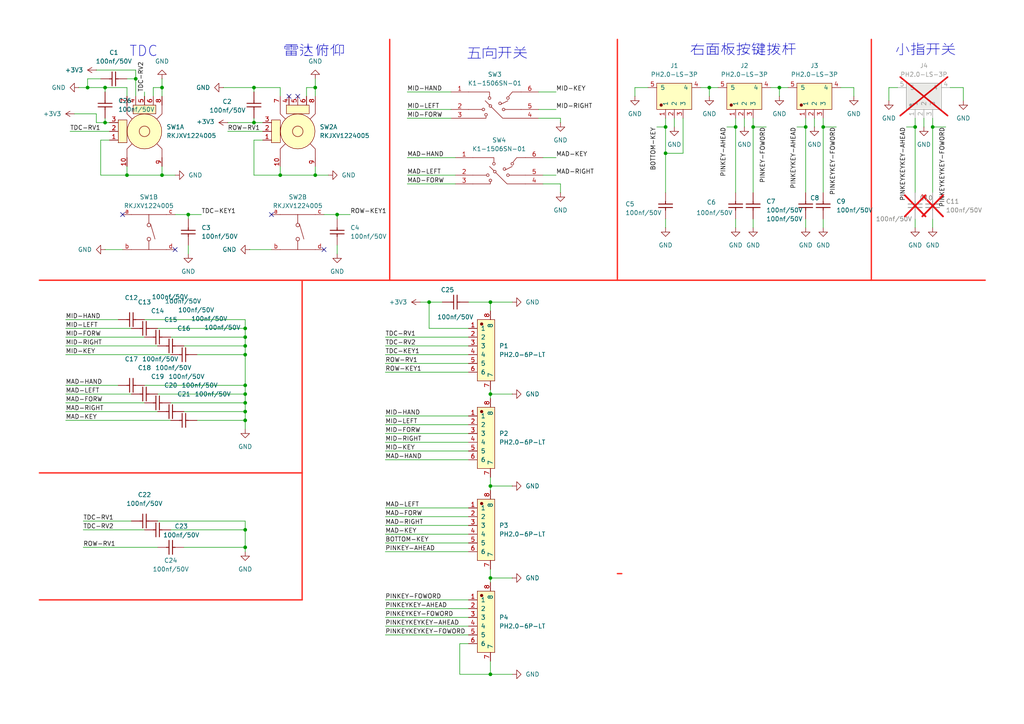
<source format=kicad_sch>
(kicad_sch (version 20231120) (generator "eeschema") (generator_version "8.0")
  (paper "A4")
  (lib_symbols
    (symbol "power:+3V3" (power) (pin_numbers hide) (pin_names (offset 0) hide)
      (property "Value" "+3V3" (at 0 3.556 0))
      (symbol "+3V3_0_1"
        (polyline (pts (xy -0.762 1.27) (xy 0 2.54)))
        (polyline (pts (xy 0 0) (xy 0 2.54)))
        (polyline (pts (xy 0 2.54) (xy 0.762 1.27)))
      )
      (symbol "+3V3_1_1"
        (pin power_in line (at 0 0 90) (length 0) (name "~") (number "1"))
      )
    )
    (symbol "power:GND" (power) (pin_numbers hide) (pin_names (offset 0) hide)
      (property "Value" "GND" (at 0 -3.81 0))
      (symbol "GND_0_1"
        (polyline (pts (xy 0 0) (xy 0 -1.27) (xy 1.27 -1.27) (xy 0 -2.54) (xy -1.27 -1.27) (xy 0 -1.27)))
      )
      (symbol "GND_1_1"
        (pin power_in line (at 0 0 270) (length 0) (name "~") (number "1"))
      )
    )
    (symbol "self_connect:PH2.0-6P-LT" (pin_names (offset 1.016))
      (property "Reference" "P" (at -3.556 13.97 0))
      (property "Value" "PH2.0-6P-LT" (at 9.652 -10.414 0))
      (symbol "PH2.0-6P-LT_1_1"
        (rectangle (start -2.54 12.7) (end 2.54 -5.08) (stroke (width 0.1524)) (fill (type background)))
        (circle (center -1.27 11.43) (radius 0.381) (stroke (width 0.1524)) (fill (type outline)))
        (pin passive line (at -5.08 10.16 0) (length 2.54) (name "1") (number "1"))
        (pin passive line (at -5.08 7.62 0) (length 2.54) (name "2") (number "2"))
        (pin passive line (at -5.08 5.08 0) (length 2.54) (name "3") (number "3"))
        (pin passive line (at -5.08 2.54 0) (length 2.54) (name "4") (number "4"))
        (pin passive line (at -5.08 0 0) (length 2.54) (name "5") (number "5"))
        (pin passive line (at -5.08 -2.54 0) (length 2.54) (name "6") (number "6"))
        (pin passive line (at 1.27 -7.62 90) (length 2.54) (name "7") (number "7"))
        (pin passive line (at 1.27 15.24 270) (length 2.54) (name "8") (number "8"))
      )
    )
    (symbol "self_connect:PH2.0-LS-3P" (pin_names (offset 1.016))
      (property "Reference" "J" (at -3.048 6.604 0))
      (property "Value" "PH2.0-LS-3P" (at -6.096 -7.366 0))
      (symbol "PH2.0-LS-3P_1_1"
        (rectangle (start -2.54 5.08) (end 5.08 -5.08) (stroke (width 0.1524)) (fill (type background)))
        (circle (center -1.27 3.81) (radius 0.381) (stroke (width 0.1524)) (fill (type outline)))
        (pin passive line (at -5.08 2.54 0) (length 2.54) (name "1") (number "1"))
        (pin passive line (at -5.08 0 0) (length 2.54) (name "2") (number "2"))
        (pin passive line (at -5.08 -2.54 0) (length 2.54) (name "3") (number "3"))
        (pin passive line (at 3.81 -7.62 90) (length 2.54) (name "4") (number "4"))
        (pin passive line (at 3.81 7.62 270) (length 2.54) (name "5") (number "5"))
      )
    )
    (symbol "self_no_source:0603C" (pin_numbers hide) (pin_names (offset 1.016) hide)
      (property "Reference" "C" (at -2.54 1.905 0))
      (property "Value" "0603C" (at 0.635 -3.175 0))
      (symbol "0603C_1_1"
        (polyline (pts (xy -1.27 0) (xy -0.508 0)) (stroke (width 0.254)))
        (polyline (pts (xy -0.508 -2.032) (xy -0.508 2.032)) (stroke (width 0.254)))
        (polyline (pts (xy 0.508 2.032) (xy 0.508 -2.032)) (stroke (width 0.254)))
        (polyline (pts (xy 1.27 0) (xy 0.508 0)) (stroke (width 0.254)))
        (pin passive line (at -3.81 0 0) (length 2.54) (name "1") (number "1"))
        (pin passive line (at 3.81 0 180) (length 2.54) (name "2") (number "2"))
      )
    )
    (symbol "self_no_source:5xiangkaiguan" (pin_names (offset 1.016) hide)
      (property "Reference" "SW" (at -6.858 5.08 0))
      (property "Value" "K1-1506SN-01" (at -0.508 -7.366 0))
      (symbol "5xiangkaiguan_1_1"
        (circle (center -3.302 -2.54) (radius 0.381) (stroke (width 0.1524)))
        (circle (center -2.54 -4.064) (radius 0.381) (stroke (width 0.1524)))
        (circle (center -1.524 0.762) (radius 0.381) (stroke (width 0.1524)))
        (circle (center -1.27 -1.524) (radius 0.381) (stroke (width 0.1524)))
        (polyline (pts (xy -7.62 -2.54) (xy -3.81 -2.54)) (stroke (width 0.1524)))
        (polyline (pts (xy -1.524 -1.27) (xy -2.794 0)) (stroke (width 0.1524)))
        (polyline (pts (xy 1.778 -1.016) (xy 3.81 0)) (stroke (width 0.1524)))
        (polyline (pts (xy 7.62 -2.54) (xy 3.048 -2.54)) (stroke (width 0.1524)))
        (polyline (pts (xy -7.62 -5.08) (xy -2.54 -5.08) (xy -2.54 -4.572)) (stroke (width 0.1524)))
        (polyline (pts (xy -7.62 2.54) (xy -1.524 2.54) (xy -1.524 1.27)) (stroke (width 0.1524)))
        (polyline (pts (xy 7.62 -5.08) (xy 2.286 -5.08) (xy -1.016 -1.778)) (stroke (width 0.1524)))
        (polyline (pts (xy 7.62 2.54) (xy 5.08 2.54) (xy 4.064 1.27)) (stroke (width 0.1524)))
        (circle (center 1.524 -0.762) (radius 0.381) (stroke (width 0.1524)))
        (circle (center 2.54 -2.54) (radius 0.381) (stroke (width 0.1524)))
        (circle (center 3.81 0.762) (radius 0.381) (stroke (width 0.1524)))
        (pin passive line (at -12.7 2.54 0) (length 5.08) (name "1") (number "1"))
        (pin passive line (at -12.7 -2.54 0) (length 5.08) (name "2") (number "2"))
        (pin passive line (at -12.7 -5.08 0) (length 5.08) (name "3") (number "3"))
        (pin passive line (at 12.7 -5.08 180) (length 5.08) (name "4") (number "4"))
        (pin passive line (at 12.7 -2.54 180) (length 5.08) (name "5") (number "5"))
        (pin passive line (at 12.7 2.54 180) (length 5.08) (name "6") (number "6"))
      )
    )
    (symbol "self_no_source:RKJXV1224005" (pin_names (offset 1.016) hide)
      (property "Reference" "SW" (at -7.366 12.446 0))
      (property "Value" "RKJXV1224005" (at 1.27 -9.398 0))
      (symbol "RKJXV1224005_1_1"
        (rectangle (start -6.35 9.652) (end -3.81 3.048) (stroke (width 0.1524)) (fill (type background)))
        (rectangle (start -2.032 13.97) (end 4.572 11.43) (stroke (width 0.1524)) (fill (type background)))
        (polyline (pts (xy -3.81 11.43) (xy -3.81 13.97)) (stroke (width 0.1524)))
        (polyline (pts (xy -3.81 11.43) (xy -2.286 9.906)) (stroke (width 0.1524)))
        (polyline (pts (xy -3.81 -1.27) (xy -3.81 1.27) (xy -2.286 2.794)) (stroke (width 0.1524)))
        (polyline (pts (xy 6.35 -1.27) (xy 6.35 1.27) (xy 4.826 2.794)) (stroke (width 0.1524)))
        (polyline (pts (xy 6.35 13.97) (xy 6.35 11.43) (xy 4.826 9.906)) (stroke (width 0.1524)))
        (polyline (pts (xy 6.2738 6.35) (xy 6.1722 5.334) (xy 5.8928 4.3942) (xy 5.4356 3.5052) (xy 4.8006 2.7432) (xy 4.0386 2.1082) (xy 3.175 1.651) (xy 2.2352 1.3462) (xy 1.27 1.27) (xy 0.2794 1.3462) (xy -0.6604 1.651) (xy -1.524 2.1082) (xy -2.286 2.7432) (xy -2.921 3.5052) (xy -3.3782 4.3942) (xy -3.6576 5.334) (xy -3.7592 6.35) (xy -3.6576 7.3406) (xy -3.3782 8.2804) (xy -2.921 9.1694) (xy -2.286 9.9314) (xy -1.524 10.5664) (xy -0.6604 11.0236) (xy 0.2794 11.3284) (xy 1.27 11.43) (xy 2.2352 11.3284) (xy 3.175 11.0236) (xy 4.0386 10.5664) (xy 4.8006 9.9314) (xy 5.4356 9.1694) (xy 5.8928 8.2804) (xy 6.1722 7.3406) (xy 6.2738 6.4262)) (stroke (width 0.1524)) (fill (type background)))
        (circle (center 1.27 6.35) (radius 1.524) (stroke (width 0.1524)))
        (pin passive line (at -8.89 3.81 0) (length 2.54) (name "B") (number "1"))
        (pin passive line (at -3.81 -3.81 90) (length 2.54) (name "GND") (number "10"))
        (pin passive line (at -8.89 6.35 0) (length 2.54) (name "DTA") (number "2"))
        (pin passive line (at -8.89 8.89 0) (length 2.54) (name "A") (number "3"))
        (pin passive line (at -1.27 16.51 270) (length 2.54) (name "A") (number "4"))
        (pin passive line (at 1.27 16.51 270) (length 2.54) (name "DTA") (number "5"))
        (pin passive line (at 3.81 16.51 270) (length 2.54) (name "B") (number "6"))
        (pin passive line (at -3.81 16.51 270) (length 2.54) (name "GND") (number "7"))
        (pin passive line (at 6.35 16.51 270) (length 2.54) (name "GND") (number "8"))
        (pin passive line (at 6.35 -3.81 90) (length 2.54) (name "GND") (number "9"))
      )
      (symbol "RKJXV1224005_2_1"
        (circle (center 0 -2.032) (radius 0.508) (stroke (width 0.1524)))
        (polyline (pts (xy -5.08 -5.08) (xy 5.08 -5.08)) (stroke (width 0.1524)))
        (polyline (pts (xy -5.08 5.08) (xy 5.08 5.08)) (stroke (width 0.1524)))
        (polyline (pts (xy 0 -5.08) (xy 0 -2.54)) (stroke (width 0.1524)))
        (polyline (pts (xy 0 5.08) (xy 0 2.54)) (stroke (width 0.1524)))
        (polyline (pts (xy 0.508 2.286) (xy 1.778 -2.032)) (stroke (width 0.1524)))
        (circle (center 0 2.032) (radius 0.508) (stroke (width 0.1524)))
        (pin passive line (at -7.62 5.08 0) (length 2.54) (name "a") (number "a"))
        (pin passive line (at -7.62 -5.08 0) (length 2.54) (name "b") (number "b"))
        (pin passive line (at 7.62 5.08 180) (length 2.54) (name "c") (number "c"))
        (pin passive line (at 7.62 -5.08 180) (length 2.54) (name "d") (number "d"))
      )
    )
  )
  (junction (at 142.24 195.58))
  (junction (at 81.28 50.8))
  (junction (at 71.12 116.84))
  (junction (at 71.12 100.33))
  (junction (at 30.48 35.56))
  (junction (at 142.24 114.3))
  (junction (at 46.99 50.8))
  (junction (at 124.46 87.63))
  (junction (at 71.12 121.92))
  (junction (at 270.51 36.83))
  (junction (at 205.74 25.4))
  (junction (at 91.44 50.8))
  (junction (at 36.83 50.8))
  (junction (at 91.44 25.4))
  (junction (at 71.12 158.75))
  (junction (at 71.12 95.25))
  (junction (at 226.06 25.4))
  (junction (at 71.12 119.38))
  (junction (at 71.12 102.87))
  (junction (at 39.37 22.86))
  (junction (at 71.12 153.67))
  (junction (at 25.4 25.4))
  (junction (at 238.76 36.83))
  (junction (at 46.99 25.4))
  (junction (at 54.61 62.23))
  (junction (at 73.66 25.4))
  (junction (at 265.43 36.83))
  (junction (at 71.12 114.3))
  (junction (at 233.68 36.83))
  (junction (at 142.24 87.63))
  (junction (at 73.66 35.56))
  (junction (at 193.04 44.45))
  (junction (at 142.24 167.64))
  (junction (at 71.12 111.76))
  (junction (at 97.79 62.23))
  (junction (at 213.36 36.83))
  (junction (at 30.48 25.4))
  (junction (at 193.04 36.83))
  (junction (at 142.24 140.97))
  (junction (at 71.12 97.79))
  (junction (at 218.44 36.83))
  (no_connect (at 83.82 27.94))
  (no_connect (at 50.8 72.39))
  (no_connect (at 78.74 62.23))
  (no_connect (at 35.56 62.23))
  (no_connect (at 93.98 72.39))
  (no_connect (at 86.36 27.94))
  (wire (pts (xy 41.91 92.71) (xy 71.12 92.71)))
  (wire (pts (xy 218.44 36.83) (xy 222.25 36.83)))
  (wire (pts (xy 71.12 111.76) (xy 71.12 114.3)))
  (wire (pts (xy 133.35 186.69) (xy 135.89 186.69)))
  (wire (pts (xy 205.74 25.4) (xy 208.28 25.4)))
  (wire (pts (xy 124.46 95.25) (xy 135.89 95.25)))
  (wire (pts (xy 193.04 36.83) (xy 193.04 44.45)))
  (wire (pts (xy 215.9 34.29) (xy 215.9 36.83)))
  (wire (pts (xy 93.98 62.23) (xy 97.79 62.23)))
  (wire (pts (xy 118.11 53.34) (xy 132.08 53.34)))
  (wire (pts (xy 231.14 36.83) (xy 233.68 36.83)))
  (wire (pts (xy 71.12 119.38) (xy 71.12 121.92)))
  (wire (pts (xy 19.05 119.38) (xy 45.72 119.38)))
  (wire (pts (xy 157.48 53.34) (xy 162.56 53.34)))
  (wire (pts (xy 275.59 25.4) (xy 279.4 25.4)))
  (wire (pts (xy 187.96 25.4) (xy 184.15 25.4)))
  (wire (pts (xy 111.76 160.02) (xy 135.89 160.02)))
  (wire (pts (xy 210.82 36.83) (xy 213.36 36.83)))
  (wire (pts (xy 71.12 92.71) (xy 71.12 95.25)))
  (wire (pts (xy 88.9 25.4) (xy 91.44 25.4)))
  (wire (pts (xy 111.76 123.19) (xy 135.89 123.19)))
  (wire (pts (xy 20.32 38.1) (xy 31.75 38.1)))
  (wire (pts (xy 81.28 50.8) (xy 91.44 50.8)))
  (wire (pts (xy 57.15 102.87) (xy 71.12 102.87)))
  (wire (pts (xy 21.59 33.02) (xy 27.94 33.02)))
  (wire (pts (xy 111.76 125.73) (xy 135.89 125.73)))
  (wire (pts (xy 133.35 195.58) (xy 142.24 195.58)))
  (wire (pts (xy 218.44 34.29) (xy 218.44 36.83)))
  (wire (pts (xy 233.68 36.83) (xy 233.68 55.88)))
  (wire (pts (xy 54.61 62.23) (xy 58.42 62.23)))
  (wire (pts (xy 213.36 36.83) (xy 213.36 55.88)))
  (wire (pts (xy 30.48 72.39) (xy 35.56 72.39)))
  (wire (pts (xy 31.75 40.64) (xy 29.21 40.64)))
  (wire (pts (xy 142.24 140.97) (xy 142.24 142.24)))
  (wire (pts (xy 36.83 50.8) (xy 46.99 50.8)))
  (wire (pts (xy 260.35 25.4) (xy 257.81 25.4)))
  (wire (pts (xy 41.91 26.67) (xy 41.91 27.94)))
  (wire (pts (xy 22.86 25.4) (xy 25.4 25.4)))
  (wire (pts (xy 111.76 184.15) (xy 135.89 184.15)))
  (wire (pts (xy 73.66 25.4) (xy 81.28 25.4)))
  (wire (pts (xy 24.13 158.75) (xy 45.72 158.75)))
  (wire (pts (xy 49.53 116.84) (xy 71.12 116.84)))
  (wire (pts (xy 19.05 100.33) (xy 45.72 100.33)))
  (polyline (pts (xy 113.03 11.43) (xy 113.03 81.28)) (stroke (width 0.4) (color 255 47 38 1)))
  (wire (pts (xy 71.12 114.3) (xy 71.12 116.84)))
  (wire (pts (xy 45.72 151.13) (xy 71.12 151.13)))
  (wire (pts (xy 213.36 63.5) (xy 213.36 66.04)))
  (wire (pts (xy 111.76 102.87) (xy 135.89 102.87)))
  (wire (pts (xy 46.99 25.4) (xy 46.99 27.94)))
  (wire (pts (xy 205.74 25.4) (xy 205.74 27.94)))
  (wire (pts (xy 135.89 87.63) (xy 142.24 87.63)))
  (wire (pts (xy 156.21 26.67) (xy 161.29 26.67)))
  (wire (pts (xy 64.77 25.4) (xy 73.66 25.4)))
  (wire (pts (xy 111.76 154.94) (xy 135.89 154.94)))
  (wire (pts (xy 142.24 113.03) (xy 142.24 114.3)))
  (wire (pts (xy 226.06 25.4) (xy 226.06 27.94)))
  (wire (pts (xy 111.76 128.27) (xy 135.89 128.27)))
  (wire (pts (xy 238.76 34.29) (xy 238.76 36.83)))
  (wire (pts (xy 71.12 151.13) (xy 71.12 153.67)))
  (wire (pts (xy 257.81 25.4) (xy 257.81 29.21)))
  (wire (pts (xy 71.12 153.67) (xy 71.12 158.75)))
  (wire (pts (xy 111.76 105.41) (xy 135.89 105.41)))
  (wire (pts (xy 142.24 87.63) (xy 148.59 87.63)))
  (wire (pts (xy 142.24 195.58) (xy 148.59 195.58)))
  (wire (pts (xy 71.12 102.87) (xy 71.12 111.76)))
  (wire (pts (xy 238.76 36.83) (xy 242.57 36.83)))
  (wire (pts (xy 121.92 87.63) (xy 124.46 87.63)))
  (wire (pts (xy 19.05 121.92) (xy 49.53 121.92)))
  (wire (pts (xy 111.76 173.99) (xy 135.89 173.99)))
  (wire (pts (xy 203.2 25.4) (xy 205.74 25.4)))
  (wire (pts (xy 25.4 25.4) (xy 30.48 25.4)))
  (wire (pts (xy 54.61 71.12) (xy 54.61 73.66)))
  (wire (pts (xy 190.5 36.83) (xy 193.04 36.83)))
  (wire (pts (xy 236.22 34.29) (xy 236.22 36.83)))
  (wire (pts (xy 162.56 34.29) (xy 162.56 35.56)))
  (wire (pts (xy 29.21 40.64) (xy 29.21 50.8)))
  (wire (pts (xy 81.28 25.4) (xy 81.28 27.94)))
  (wire (pts (xy 111.76 176.53) (xy 135.89 176.53)))
  (wire (pts (xy 27.94 20.32) (xy 39.37 20.32)))
  (wire (pts (xy 118.11 45.72) (xy 132.08 45.72)))
  (polyline (pts (xy 11.43 81.28) (xy 113.03 81.28)) (stroke (width 0.4) (color 255 47 38 1)))
  (wire (pts (xy 128.27 87.63) (xy 124.46 87.63)))
  (polyline (pts (xy 179.07 166.37) (xy 180.34 166.37)) (stroke (width 0.4) (color 255 47 38 1)))
  (wire (pts (xy 71.12 97.79) (xy 71.12 100.33)))
  (wire (pts (xy 262.89 36.83) (xy 265.43 36.83)))
  (wire (pts (xy 142.24 167.64) (xy 148.59 167.64)))
  (polyline (pts (xy 179.07 11.43) (xy 179.07 81.28)) (stroke (width 0.4) (color 255 47 38 1)))
  (wire (pts (xy 45.72 114.3) (xy 71.12 114.3)))
  (wire (pts (xy 270.51 36.83) (xy 270.51 55.88)))
  (wire (pts (xy 49.53 97.79) (xy 71.12 97.79)))
  (wire (pts (xy 46.99 22.86) (xy 46.99 25.4)))
  (wire (pts (xy 193.04 55.88) (xy 193.04 44.45)))
  (wire (pts (xy 46.99 50.8) (xy 50.8 50.8)))
  (wire (pts (xy 193.04 63.5) (xy 193.04 66.04)))
  (wire (pts (xy 223.52 25.4) (xy 226.06 25.4)))
  (wire (pts (xy 157.48 45.72) (xy 161.29 45.72)))
  (wire (pts (xy 36.83 48.26) (xy 36.83 50.8)))
  (wire (pts (xy 162.56 53.34) (xy 162.56 55.88)))
  (wire (pts (xy 39.37 20.32) (xy 39.37 22.86)))
  (wire (pts (xy 91.44 22.86) (xy 91.44 25.4)))
  (wire (pts (xy 195.58 34.29) (xy 195.58 36.83)))
  (wire (pts (xy 111.76 97.79) (xy 135.89 97.79)))
  (wire (pts (xy 111.76 120.65) (xy 135.89 120.65)))
  (wire (pts (xy 142.24 167.64) (xy 142.24 168.91)))
  (wire (pts (xy 88.9 27.94) (xy 88.9 25.4)))
  (polyline (pts (xy 87.63 137.16) (xy 87.63 173.99)) (stroke (width 0.4) (color 255 47 38 1)))
  (wire (pts (xy 247.65 25.4) (xy 247.65 27.94)))
  (wire (pts (xy 91.44 50.8) (xy 95.25 50.8)))
  (wire (pts (xy 111.76 181.61) (xy 135.89 181.61)))
  (wire (pts (xy 97.79 62.23) (xy 97.79 63.5)))
  (wire (pts (xy 279.4 25.4) (xy 279.4 29.21)))
  (wire (pts (xy 72.39 72.39) (xy 78.74 72.39)))
  (wire (pts (xy 71.12 121.92) (xy 71.12 124.46)))
  (wire (pts (xy 25.4 22.86) (xy 25.4 25.4)))
  (wire (pts (xy 36.83 25.4) (xy 36.83 27.94)))
  (wire (pts (xy 218.44 36.83) (xy 218.44 55.88)))
  (wire (pts (xy 142.24 140.97) (xy 148.59 140.97)))
  (wire (pts (xy 30.48 25.4) (xy 30.48 26.67)))
  (wire (pts (xy 193.04 44.45) (xy 198.12 44.45)))
  (wire (pts (xy 53.34 100.33) (xy 71.12 100.33)))
  (wire (pts (xy 184.15 25.4) (xy 184.15 27.94)))
  (wire (pts (xy 118.11 26.67) (xy 130.81 26.67)))
  (wire (pts (xy 233.68 34.29) (xy 233.68 36.83)))
  (wire (pts (xy 91.44 48.26) (xy 91.44 50.8)))
  (wire (pts (xy 73.66 34.29) (xy 73.66 35.56)))
  (wire (pts (xy 142.24 87.63) (xy 142.24 90.17)))
  (wire (pts (xy 53.34 119.38) (xy 71.12 119.38)))
  (wire (pts (xy 118.11 34.29) (xy 130.81 34.29)))
  (wire (pts (xy 111.76 152.4) (xy 135.89 152.4)))
  (wire (pts (xy 54.61 62.23) (xy 54.61 63.5)))
  (polyline (pts (xy 11.43 173.99) (xy 87.63 173.99)) (stroke (width 0.4) (color 255 47 38 1)))
  (wire (pts (xy 238.76 36.83) (xy 238.76 55.88)))
  (wire (pts (xy 243.84 25.4) (xy 247.65 25.4)))
  (wire (pts (xy 142.24 114.3) (xy 142.24 115.57)))
  (wire (pts (xy 111.76 100.33) (xy 135.89 100.33)))
  (wire (pts (xy 218.44 63.5) (xy 218.44 66.04)))
  (wire (pts (xy 19.05 111.76) (xy 34.29 111.76)))
  (wire (pts (xy 49.53 153.67) (xy 71.12 153.67)))
  (wire (pts (xy 193.04 34.29) (xy 193.04 36.83)))
  (wire (pts (xy 157.48 50.8) (xy 161.29 50.8)))
  (wire (pts (xy 142.24 138.43) (xy 142.24 140.97)))
  (wire (pts (xy 124.46 87.63) (xy 124.46 95.25)))
  (wire (pts (xy 198.12 34.29) (xy 198.12 44.45)))
  (wire (pts (xy 267.97 34.29) (xy 267.97 36.83)))
  (wire (pts (xy 111.76 147.32) (xy 135.89 147.32)))
  (wire (pts (xy 30.48 34.29) (xy 30.48 35.56)))
  (polyline (pts (xy 87.63 81.28) (xy 87.63 137.16)) (stroke (width 0.4) (color 255 47 38 1)))
  (wire (pts (xy 27.94 35.56) (xy 30.48 35.56)))
  (wire (pts (xy 19.05 114.3) (xy 38.1 114.3)))
  (wire (pts (xy 91.44 25.4) (xy 91.44 27.94)))
  (wire (pts (xy 142.24 165.1) (xy 142.24 167.64)))
  (wire (pts (xy 238.76 63.5) (xy 238.76 66.04)))
  (wire (pts (xy 36.83 22.86) (xy 39.37 22.86)))
  (wire (pts (xy 71.12 95.25) (xy 71.12 97.79)))
  (wire (pts (xy 71.12 100.33) (xy 71.12 102.87)))
  (wire (pts (xy 213.36 34.29) (xy 213.36 36.83)))
  (polyline (pts (xy 11.43 137.16) (xy 87.63 137.16)) (stroke (width 0.4) (color 255 47 38 1)))
  (wire (pts (xy 133.35 186.69) (xy 133.35 195.58)))
  (wire (pts (xy 270.51 63.5) (xy 270.51 66.04)))
  (wire (pts (xy 24.13 151.13) (xy 38.1 151.13)))
  (wire (pts (xy 111.76 130.81) (xy 135.89 130.81)))
  (wire (pts (xy 270.51 34.29) (xy 270.51 36.83)))
  (wire (pts (xy 44.45 25.4) (xy 46.99 25.4)))
  (wire (pts (xy 156.21 34.29) (xy 162.56 34.29)))
  (wire (pts (xy 226.06 25.4) (xy 228.6 25.4)))
  (wire (pts (xy 53.34 158.75) (xy 71.12 158.75)))
  (wire (pts (xy 81.28 48.26) (xy 81.28 50.8)))
  (wire (pts (xy 142.24 191.77) (xy 142.24 195.58)))
  (wire (pts (xy 111.76 157.48) (xy 135.89 157.48)))
  (wire (pts (xy 30.48 35.56) (xy 31.75 35.56)))
  (wire (pts (xy 46.99 48.26) (xy 46.99 50.8)))
  (wire (pts (xy 73.66 25.4) (xy 73.66 26.67)))
  (wire (pts (xy 50.8 62.23) (xy 54.61 62.23)))
  (wire (pts (xy 66.04 35.56) (xy 73.66 35.56)))
  (polyline (pts (xy 252.73 11.43) (xy 252.73 81.28)) (stroke (width 0.4) (color 255 47 38 1)))
  (wire (pts (xy 97.79 71.12) (xy 97.79 73.66)))
  (wire (pts (xy 73.66 50.8) (xy 81.28 50.8)))
  (wire (pts (xy 233.68 63.5) (xy 233.68 66.04)))
  (wire (pts (xy 19.05 92.71) (xy 34.29 92.71)))
  (wire (pts (xy 41.91 111.76) (xy 71.12 111.76)))
  (polyline (pts (xy 113.03 81.28) (xy 179.07 81.28)) (stroke (width 0.4) (color 255 47 38 1)))
  (wire (pts (xy 29.21 22.86) (xy 25.4 22.86)))
  (wire (pts (xy 19.05 97.79) (xy 41.91 97.79)))
  (wire (pts (xy 71.12 158.75) (xy 71.12 160.02)))
  (wire (pts (xy 156.21 31.75) (xy 161.29 31.75)))
  (wire (pts (xy 44.45 27.94) (xy 44.45 25.4)))
  (wire (pts (xy 111.76 107.95) (xy 135.89 107.95)))
  (wire (pts (xy 57.15 121.92) (xy 71.12 121.92)))
  (wire (pts (xy 73.66 40.64) (xy 73.66 50.8)))
  (polyline (pts (xy 179.07 81.28) (xy 252.73 81.28)) (stroke (width 0.4) (color 255 47 38 1)))
  (wire (pts (xy 111.76 179.07) (xy 135.89 179.07)))
  (wire (pts (xy 265.43 36.83) (xy 265.43 55.88)))
  (wire (pts (xy 265.43 63.5) (xy 265.43 66.04)))
  (wire (pts (xy 27.94 33.02) (xy 27.94 35.56)))
  (wire (pts (xy 45.72 95.25) (xy 71.12 95.25)))
  (wire (pts (xy 118.11 31.75) (xy 130.81 31.75)))
  (wire (pts (xy 76.2 40.64) (xy 73.66 40.64)))
  (wire (pts (xy 19.05 95.25) (xy 38.1 95.25)))
  (wire (pts (xy 111.76 133.35) (xy 135.89 133.35)))
  (wire (pts (xy 24.13 153.67) (xy 41.91 153.67)))
  (wire (pts (xy 71.12 116.84) (xy 71.12 119.38)))
  (wire (pts (xy 39.37 22.86) (xy 39.37 27.94)))
  (polyline (pts (xy 252.73 81.28) (xy 285.75 81.28)) (stroke (width 0.4) (color 255 47 38 1)))
  (wire (pts (xy 30.48 25.4) (xy 36.83 25.4)))
  (wire (pts (xy 29.21 50.8) (xy 36.83 50.8)))
  (wire (pts (xy 19.05 116.84) (xy 41.91 116.84)))
  (wire (pts (xy 118.11 50.8) (xy 132.08 50.8)))
  (wire (pts (xy 265.43 34.29) (xy 265.43 36.83)))
  (wire (pts (xy 19.05 102.87) (xy 49.53 102.87)))
  (wire (pts (xy 97.79 62.23) (xy 101.6 62.23)))
  (wire (pts (xy 111.76 149.86) (xy 135.89 149.86)))
  (wire (pts (xy 142.24 114.3) (xy 148.59 114.3)))
  (wire (pts (xy 270.51 36.83) (xy 274.32 36.83)))
  (wire (pts (xy 66.04 38.1) (xy 76.2 38.1)))
  (wire (pts (xy 73.66 35.56) (xy 76.2 35.56)))
  (text "雷达俯仰" (at 91.186 14.986 0) (effects (font (size 3 3))))
  (text "五向开关" (at 144.272 15.748 0) (effects (font (size 3 3))))
  (text "TDC" (at 41.656 14.986 0) (effects (font (size 3 3))))
  (text "小指开关" (at 268.478 14.732 0) (effects (font (size 3 3))))
  (text "右面板按键拨杆" (at 215.646 14.732 0) (effects (font (size 3 3))))
  (label "TDC-RV1" (at 24.13 151.13 0))
  (label "MAD-RIGHT" (at 161.29 50.8 0))
  (label "MID-FORW" (at 111.76 125.73 0))
  (label "PINKEY-AHEAD" (at 111.76 160.02 0))
  (label "PINKEYKEY-FOWORD" (at 242.57 36.83 270))
  (label "MAD-KEY" (at 19.05 121.92 0))
  (label "ROW-RV1" (at 66.04 38.1 0))
  (label "MID-HAND" (at 111.76 120.65 0))
  (label "PINKEY-AHEAD" (at 210.82 36.83 270))
  (label "MAD-KEY" (at 161.29 45.72 0))
  (label "PINKEYKEYKEY-AHEAD" (at 262.89 36.83 270))
  (label "MID-RIGHT" (at 161.29 31.75 0))
  (label "TDC-KEY1" (at 111.76 102.87 0))
  (label "MID-KEY" (at 19.05 102.87 0))
  (label "TDC-RV2" (at 41.91 26.67 90))
  (label "MID-RIGHT" (at 111.76 128.27 0))
  (label "MID-LEFT" (at 111.76 123.19 0))
  (label "MID-HAND" (at 118.11 26.67 0))
  (label "BOTTOM-KEY" (at 190.5 36.83 270))
  (label "MAD-HAND" (at 111.76 133.35 0))
  (label "MAD-HAND" (at 118.11 45.72 0))
  (label "TDC-KEY1" (at 58.42 62.23 0))
  (label "TDC-RV1" (at 111.76 97.79 0))
  (label "ROW-RV1" (at 111.76 105.41 0))
  (label "PINKEYKEY-FOWORD" (at 111.76 179.07 0))
  (label "PINKEY-FOWORD" (at 222.25 36.83 270))
  (label "MAD-RIGHT" (at 111.76 152.4 0))
  (label "MAD-FORW" (at 111.76 149.86 0))
  (label "PINKEYKEYKEY-AHEAD" (at 111.76 181.61 0))
  (label "MID-FORW" (at 19.05 97.79 0))
  (label "PINKEYKEYKEY-FOWORD" (at 111.76 184.15 0))
  (label "MID-KEY" (at 111.76 130.81 0))
  (label "TDC-RV1" (at 20.32 38.1 0))
  (label "PINKEYKEY-AHEAD" (at 231.14 36.83 270))
  (label "MAD-FORW" (at 118.11 53.34 0))
  (label "PINKEY-FOWORD" (at 111.76 173.99 0))
  (label "MID-LEFT" (at 19.05 95.25 0))
  (label "ROW-RV1" (at 24.13 158.75 0))
  (label "MAD-KEY" (at 111.76 154.94 0))
  (label "MID-KEY" (at 161.29 26.67 0))
  (label "MAD-HAND" (at 19.05 111.76 0))
  (label "BOTTOM-KEY" (at 111.76 157.48 0))
  (label "PINKEYKEY-AHEAD" (at 111.76 176.53 0))
  (label "MAD-LEFT" (at 118.11 50.8 0))
  (label "PINKEYKEYKEY-FOWORD" (at 274.32 36.83 270))
  (label "MID-FORW" (at 118.11 34.29 0))
  (label "MAD-LEFT" (at 19.05 114.3 0))
  (label "TDC-RV2" (at 24.13 153.67 0))
  (label "MID-LEFT" (at 118.11 31.75 0))
  (label "MID-RIGHT" (at 19.05 100.33 0))
  (label "ROW-KEY1" (at 111.76 107.95 0))
  (label "MAD-RIGHT" (at 19.05 119.38 0))
  (label "MAD-LEFT" (at 111.76 147.32 0))
  (label "MID-HAND" (at 19.05 92.71 0))
  (label "ROW-KEY1" (at 101.6 62.23 0))
  (label "TDC-RV2" (at 111.76 100.33 0))
  (label "MAD-FORW" (at 19.05 116.84 0))
  (symbol (lib_id "power:GND") (at 195.58 36.83 0) (unit 1)
    (property "Reference" "#PWR016" (effects (hide yes)))
    (property "Value" "GND" (at 195.58 41.91 0))
    (property "Description" "Power symbol creates a global label with name \"GND\" , ground" (effects (hide yes)))
  )
  (symbol (lib_id "power:GND") (at 226.06 27.94 0) (unit 1)
    (property "Reference" "#PWR023" (effects (hide yes)))
    (property "Value" "GND" (at 226.06 33.02 0))
    (property "Description" "Power symbol creates a global label with name \"GND\" , ground" (effects (hide yes)))
  )
  (symbol (lib_id "self_connect:PH2.0-LS-3P") (at 195.58 29.21 90) (unit 1)
    (property "Reference" "J1" (at 195.58 19.05 90))
    (property "Value" "PH2.0-LS-3P" (at 195.58 21.59 90))
    (property "Footprint" "self-connecte:CONN-SMD_3P-P2.00_PH2.0-LT-3P" (effects (hide yes)))
    (property "Description" "C2857461" (effects (hide yes)))
    (property "uuid" "std:8110ba4f4e3c4844895556b5b2d34f2f" (effects (hide yes)))
  )
  (symbol (lib_id "self_no_source:0603C") (at 218.44 59.69 270) (unit 1)
    (property "Reference" "C7" (at 222.25 58.4199 90) (effects (justify left)))
    (property "Value" "100nf/50V" (at 222.25 60.9599 90) (effects (justify left)))
    (property "Footprint" "self-mod:0603_C" (effects (hide yes)))
    (property "Datasheet" "http://www.szlcsc.com/product/details_16531.html" (effects (hide yes)))
    (property "Description" "CAP" (effects (hide yes)))
  )
  (symbol (lib_id "power:GND") (at 64.77 25.4 270) (unit 1)
    (property "Reference" "#PWR08" (effects (hide yes)))
    (property "Value" "GND" (at 60.96 25.3999 90) (effects (justify right)))
    (property "Description" "Power symbol creates a global label with name \"GND\" , ground" (effects (hide yes)))
  )
  (symbol (lib_id "self_no_source:0603C") (at 265.43 59.69 270) (unit 1) (in_bom no) (dnp yes)
    (property "Reference" "C10" (at 266.7 57.404 90) (effects (justify left)))
    (property "Value" "100nf/50V" (at 254 63.5 90) (effects (justify left)))
    (property "Footprint" "self-mod:0603_C" (effects (hide yes)))
    (property "Datasheet" "http://www.szlcsc.com/product/details_16531.html" (effects (hide yes)))
    (property "Description" "CAP" (effects (hide yes)))
  )
  (symbol (lib_id "power:+3V3") (at 21.59 33.02 90) (unit 1)
    (property "Reference" "#PWR012" (effects (hide yes)))
    (property "Value" "+3V3" (at 17.78 33.0199 90) (effects (justify left)))
    (property "Description" "Power symbol creates a global label with name \"+3V3\"" (effects (hide yes)))
  )
  (symbol (lib_id "power:GND") (at 148.59 167.64 90) (unit 1)
    (property "Reference" "#PWR033" (effects (hide yes)))
    (property "Value" "GND" (at 152.4 167.6399 90) (effects (justify right)))
    (property "Description" "Power symbol creates a global label with name \"GND\" , ground" (effects (hide yes)))
  )
  (symbol (lib_id "power:GND") (at 184.15 27.94 0) (unit 1)
    (property "Reference" "#PWR021" (effects (hide yes)))
    (property "Value" "GND" (at 184.15 33.02 0))
    (property "Description" "Power symbol creates a global label with name \"GND\" , ground" (effects (hide yes)))
  )
  (symbol (lib_id "self_no_source:RKJXV1224005") (at 43.18 67.31 0) (unit 2)
    (property "Reference" "SW1" (at 43.18 57.15 0))
    (property "Value" "RKJXV1224005" (at 43.18 59.69 0))
    (property "Footprint" "self-mod:4AXIS_ROTATE-TH_RKJXV1224005" (effects (hide yes)))
    (property "Datasheet" "http://www.szlcsc.com/product/details_157502.html" (effects (hide yes)))
    (property "Description" "C146170" (effects (hide yes)))
    (property "uuid" "std:95521bddf2bc42b6b3a97ee0acf25854" (effects (hide yes)))
  )
  (symbol (lib_id "self_no_source:0603C") (at 41.91 151.13 180) (unit 1)
    (property "Reference" "C22" (at 41.91 143.51 0))
    (property "Value" "100nf/50V" (at 41.91 146.05 0))
    (property "Footprint" "self-mod:0603_C" (effects (hide yes)))
    (property "Datasheet" "http://www.szlcsc.com/product/details_16531.html" (effects (hide yes)))
    (property "Description" "CAP" (effects (hide yes)))
  )
  (symbol (lib_id "self_connect:PH2.0-6P-LT") (at 140.97 157.48 0) (unit 1)
    (property "Reference" "P3" (at 144.78 152.3999 0) (effects (justify left)))
    (property "Value" "PH2.0-6P-LT" (at 144.78 154.9399 0) (effects (justify left)))
    (property "Footprint" "self-connecte:CONN-SMD_6P-P2.00_SHOU_2.0-6PLTDK" (effects (hide yes)))
    (property "Description" "C19272111" (effects (hide yes)))
    (property "uuid" "std:aed6e97ea1a44d6fab05bf84a3c832f8" (effects (hide yes)))
  )
  (symbol (lib_id "self_no_source:5xiangkaiguan") (at 144.78 48.26 0) (unit 1)
    (property "Reference" "SW4" (at 144.78 40.64 0))
    (property "Value" "K1-1506SN-01" (at 144.78 43.18 0))
    (property "Footprint" "self-mod:5AXIS_SWITCH-SMD_K1-1506SN-01" (effects (hide yes)))
    (property "Datasheet" "http://www.szlcsc.com/product/details_157242.html" (effects (hide yes)))
    (property "Description" "C145910" (effects (hide yes)))
    (property "uuid" "std:bcd0d50113ef457c83c77b470817488c" (effects (hide yes)))
  )
  (symbol (lib_id "power:GND") (at 215.9 36.83 0) (unit 1)
    (property "Reference" "#PWR019" (effects (hide yes)))
    (property "Value" "GND" (at 215.9 41.91 0))
    (property "Description" "Power symbol creates a global label with name \"GND\" , ground" (effects (hide yes)))
  )
  (symbol (lib_id "self_connect:PH2.0-LS-3P") (at 215.9 29.21 90) (unit 1)
    (property "Reference" "J2" (at 215.9 19.05 90))
    (property "Value" "PH2.0-LS-3P" (at 215.9 21.59 90))
    (property "Footprint" "self-connecte:CONN-SMD_3P-P2.00_PH2.0-LT-3P" (effects (hide yes)))
    (property "Description" "C2857461" (effects (hide yes)))
    (property "uuid" "std:8110ba4f4e3c4844895556b5b2d34f2f" (effects (hide yes)))
  )
  (symbol (lib_id "self_no_source:0603C") (at 30.48 30.48 270) (unit 1)
    (property "Reference" "C26" (at 34.29 29.2099 90) (effects (justify left)))
    (property "Value" "100nf/50V" (at 34.29 31.7499 90) (effects (justify left)))
    (property "Footprint" "self-mod:0603_C" (effects (hide yes)))
    (property "Datasheet" "http://www.szlcsc.com/product/details_16531.html" (effects (hide yes)))
    (property "Description" "CAP" (effects (hide yes)))
  )
  (symbol (lib_id "self_no_source:0603C") (at 38.1 111.76 180) (unit 1)
    (property "Reference" "C17" (at 38.1 104.14 0))
    (property "Value" "100nf/50V" (at 46.482 104.14 0))
    (property "Footprint" "self-mod:0603_C" (effects (hide yes)))
    (property "Datasheet" "http://www.szlcsc.com/product/details_16531.html" (effects (hide yes)))
    (property "Description" "CAP" (effects (hide yes)))
  )
  (symbol (lib_id "power:GND") (at 54.61 73.66 0) (unit 1)
    (property "Reference" "#PWR014" (effects (hide yes)))
    (property "Value" "GND" (at 54.61 78.74 0))
    (property "Description" "Power symbol creates a global label with name \"GND\" , ground" (effects (hide yes)))
  )
  (symbol (lib_id "self_no_source:0603C") (at 49.53 100.33 180) (unit 1)
    (property "Reference" "C15" (at 49.53 92.71 0))
    (property "Value" "100nf/50V" (at 60.706 92.456 0))
    (property "Footprint" "self-mod:0603_C" (effects (hide yes)))
    (property "Datasheet" "http://www.szlcsc.com/product/details_16531.html" (effects (hide yes)))
    (property "Description" "CAP" (effects (hide yes)))
  )
  (symbol (lib_id "self_no_source:0603C") (at 233.68 59.69 270) (unit 1)
    (property "Reference" "C8" (at 234.95 57.404 90) (effects (justify left)))
    (property "Value" "100nf/50V" (at 222.25 63.5 90) (effects (justify left)))
    (property "Footprint" "self-mod:0603_C" (effects (hide yes)))
    (property "Datasheet" "http://www.szlcsc.com/product/details_16531.html" (effects (hide yes)))
    (property "Description" "CAP" (effects (hide yes)))
  )
  (symbol (lib_id "power:GND") (at 267.97 36.83 0) (unit 1)
    (property "Reference" "#PWR029" (effects (hide yes)))
    (property "Value" "GND" (at 267.97 41.91 0))
    (property "Description" "Power symbol creates a global label with name \"GND\" , ground" (effects (hide yes)))
  )
  (symbol (lib_id "self_no_source:RKJXV1224005") (at 86.36 67.31 0) (unit 2)
    (property "Reference" "SW2" (at 86.36 57.15 0))
    (property "Value" "RKJXV1224005" (at 86.36 59.69 0))
    (property "Footprint" "self-mod:4AXIS_ROTATE-TH_RKJXV1224005" (effects (hide yes)))
    (property "Datasheet" "http://www.szlcsc.com/product/details_157502.html" (effects (hide yes)))
    (property "Description" "C146170" (effects (hide yes)))
    (property "uuid" "std:95521bddf2bc42b6b3a97ee0acf25854" (effects (hide yes)))
  )
  (symbol (lib_id "power:GND") (at 46.99 22.86 180) (unit 1)
    (property "Reference" "#PWR03" (effects (hide yes)))
    (property "Value" "GND" (at 46.99 17.78 0))
    (property "Description" "Power symbol creates a global label with name \"GND\" , ground" (effects (hide yes)))
  )
  (symbol (lib_id "power:GND") (at 270.51 66.04 0) (unit 1)
    (property "Reference" "#PWR030" (effects (hide yes)))
    (property "Value" "GND" (at 270.51 71.12 0))
    (property "Description" "Power symbol creates a global label with name \"GND\" , ground" (effects (hide yes)))
  )
  (symbol (lib_id "power:GND") (at 205.74 27.94 0) (unit 1)
    (property "Reference" "#PWR022" (effects (hide yes)))
    (property "Value" "GND" (at 205.74 33.02 0))
    (property "Description" "Power symbol creates a global label with name \"GND\" , ground" (effects (hide yes)))
  )
  (symbol (lib_id "self_connect:PH2.0-LS-3P") (at 267.97 29.21 90) (unit 1) (in_bom no) (dnp yes)
    (property "Reference" "J4" (at 267.97 19.05 90))
    (property "Value" "PH2.0-LS-3P" (at 267.97 21.59 90))
    (property "Footprint" "self-connecte:CONN-SMD_3P-P2.00_PH2.0-LT-3P" (effects (hide yes)))
    (property "Description" "C2857461" (effects (hide yes)))
    (property "uuid" "std:8110ba4f4e3c4844895556b5b2d34f2f" (effects (hide yes)))
  )
  (symbol (lib_id "power:GND") (at 50.8 50.8 90) (unit 1)
    (property "Reference" "#PWR04" (effects (hide yes)))
    (property "Value" "GND" (at 54.61 50.7999 90) (effects (justify right)))
    (property "Description" "Power symbol creates a global label with name \"GND\" , ground" (effects (hide yes)))
  )
  (symbol (lib_id "self_connect:PH2.0-6P-LT") (at 140.97 130.81 0) (unit 1)
    (property "Reference" "P2" (at 144.78 125.7299 0) (effects (justify left)))
    (property "Value" "PH2.0-6P-LT" (at 144.78 128.2699 0) (effects (justify left)))
    (property "Footprint" "self-connecte:CONN-SMD_6P-P2.00_SHOU_2.0-6PLTDK" (effects (hide yes)))
    (property "Description" "C19272111" (effects (hide yes)))
    (property "uuid" "std:aed6e97ea1a44d6fab05bf84a3c832f8" (effects (hide yes)))
  )
  (symbol (lib_id "self_no_source:0603C") (at 132.08 87.63 0) (unit 1)
    (property "Reference" "C25" (at 129.794 84.074 0))
    (property "Value" "100nf/50V" (at 132.08 91.948 0))
    (property "Footprint" "self-mod:0603_C" (effects (hide yes)))
    (property "Datasheet" "http://www.szlcsc.com/product/details_16531.html" (effects (hide yes)))
    (property "Description" "CAP" (effects (hide yes)))
  )
  (symbol (lib_id "self_no_source:0603C") (at 38.1 92.71 180) (unit 1)
    (property "Reference" "C12" (at 38.1 86.36 0))
    (property "Value" "100nf/50V" (at 49.276 86.106 0))
    (property "Footprint" "self-mod:0603_C" (effects (hide yes)))
    (property "Datasheet" "http://www.szlcsc.com/product/details_16531.html" (effects (hide yes)))
    (property "Description" "CAP" (effects (hide yes)))
  )
  (symbol (lib_id "power:GND") (at 193.04 66.04 0) (unit 1)
    (property "Reference" "#PWR017" (effects (hide yes)))
    (property "Value" "GND" (at 193.04 71.12 0))
    (property "Description" "Power symbol creates a global label with name \"GND\" , ground" (effects (hide yes)))
  )
  (symbol (lib_id "power:GND") (at 265.43 66.04 0) (unit 1)
    (property "Reference" "#PWR028" (effects (hide yes)))
    (property "Value" "GND" (at 265.43 71.12 0))
    (property "Description" "Power symbol creates a global label with name \"GND\" , ground" (effects (hide yes)))
  )
  (symbol (lib_id "power:GND") (at 218.44 66.04 0) (unit 1)
    (property "Reference" "#PWR020" (effects (hide yes)))
    (property "Value" "GND" (at 218.44 71.12 0))
    (property "Description" "Power symbol creates a global label with name \"GND\" , ground" (effects (hide yes)))
  )
  (symbol (lib_id "self_no_source:0603C") (at 193.04 59.69 270) (unit 1)
    (property "Reference" "C5" (at 181.356 59.182 90) (effects (justify left)))
    (property "Value" "100nf/50V" (at 181.356 61.722 90) (effects (justify left)))
    (property "Footprint" "self-mod:0603_C" (effects (hide yes)))
    (property "Datasheet" "http://www.szlcsc.com/product/details_16531.html" (effects (hide yes)))
    (property "Description" "CAP" (effects (hide yes)))
  )
  (symbol (lib_id "self_connect:PH2.0-6P-LT") (at 140.97 184.15 0) (unit 1)
    (property "Reference" "P4" (at 144.78 179.0699 0) (effects (justify left)))
    (property "Value" "PH2.0-6P-LT" (at 144.78 181.6099 0) (effects (justify left)))
    (property "Footprint" "self-connecte:CONN-SMD_6P-P2.00_SHOU_2.0-6PLTDK" (effects (hide yes)))
    (property "Description" "C19272111" (effects (hide yes)))
    (property "uuid" "std:aed6e97ea1a44d6fab05bf84a3c832f8" (effects (hide yes)))
  )
  (symbol (lib_id "self_no_source:0603C") (at 213.36 59.69 270) (unit 1)
    (property "Reference" "C6" (at 204.978 58.674 90) (effects (justify left)))
    (property "Value" "100nf/50V" (at 201.93 61.722 90) (effects (justify left)))
    (property "Footprint" "self-mod:0603_C" (effects (hide yes)))
    (property "Datasheet" "http://www.szlcsc.com/product/details_16531.html" (effects (hide yes)))
    (property "Description" "CAP" (effects (hide yes)))
  )
  (symbol (lib_id "self_no_source:RKJXV1224005") (at 40.64 44.45 0) (unit 1)
    (property "Reference" "SW1" (at 48.26 36.8299 0) (effects (justify left)))
    (property "Value" "RKJXV1224005" (at 48.26 39.3699 0) (effects (justify left)))
    (property "Footprint" "self-mod:4AXIS_ROTATE-TH_RKJXV1224005" (effects (hide yes)))
    (property "Datasheet" "http://www.szlcsc.com/product/details_157502.html" (effects (hide yes)))
    (property "Description" "C146170" (effects (hide yes)))
    (property "uuid" "std:95521bddf2bc42b6b3a97ee0acf25854" (effects (hide yes)))
  )
  (symbol (lib_id "power:GND") (at 95.25 50.8 90) (unit 1)
    (property "Reference" "#PWR05" (effects (hide yes)))
    (property "Value" "GND" (at 99.06 50.7999 90) (effects (justify right)))
    (property "Description" "Power symbol creates a global label with name \"GND\" , ground" (effects (hide yes)))
  )
  (symbol (lib_id "power:GND") (at 238.76 66.04 0) (unit 1)
    (property "Reference" "#PWR027" (effects (hide yes)))
    (property "Value" "GND" (at 238.76 71.12 0))
    (property "Description" "Power symbol creates a global label with name \"GND\" , ground" (effects (hide yes)))
  )
  (symbol (lib_id "power:+3V3") (at 66.04 35.56 90) (unit 1)
    (property "Reference" "#PWR013" (effects (hide yes)))
    (property "Value" "+3V3" (at 62.23 35.306 90) (effects (justify left)))
    (property "Description" "Power symbol creates a global label with name \"+3V3\"" (effects (hide yes)))
  )
  (symbol (lib_id "power:+3V3") (at 27.94 20.32 90) (unit 1)
    (property "Reference" "#PWR011" (effects (hide yes)))
    (property "Value" "+3V3" (at 24.13 20.3199 90) (effects (justify left)))
    (property "Description" "Power symbol creates a global label with name \"+3V3\"" (effects (hide yes)))
  )
  (symbol (lib_id "self_no_source:0603C") (at 45.72 97.79 180) (unit 1)
    (property "Reference" "C14" (at 45.72 90.17 0))
    (property "Value" "100nf/50V" (at 56.896 89.916 0))
    (property "Footprint" "self-mod:0603_C" (effects (hide yes)))
    (property "Datasheet" "http://www.szlcsc.com/product/details_16531.html" (effects (hide yes)))
    (property "Description" "CAP" (effects (hide yes)))
  )
  (symbol (lib_id "power:GND") (at 162.56 55.88 0) (unit 1)
    (property "Reference" "#PWR02" (effects (hide yes)))
    (property "Value" "GND" (at 162.56 60.96 0))
    (property "Description" "Power symbol creates a global label with name \"GND\" , ground" (effects (hide yes)))
  )
  (symbol (lib_id "self_no_source:0603C") (at 49.53 158.75 180) (unit 1)
    (property "Reference" "C24" (at 49.53 162.56 0))
    (property "Value" "100nf/50V" (at 49.53 165.1 0))
    (property "Footprint" "self-mod:0603_C" (effects (hide yes)))
    (property "Datasheet" "http://www.szlcsc.com/product/details_16531.html" (effects (hide yes)))
    (property "Description" "CAP" (effects (hide yes)))
  )
  (symbol (lib_id "self_no_source:0603C") (at 33.02 22.86 0) (unit 1)
    (property "Reference" "C1" (at 33.02 15.24 0))
    (property "Value" "100nf/50V" (at 33.02 17.78 0))
    (property "Footprint" "self-mod:0603_C" (effects (hide yes)))
    (property "Datasheet" "http://www.szlcsc.com/product/details_16531.html" (effects (hide yes)))
    (property "Description" "CAP" (effects (hide yes)))
  )
  (symbol (lib_id "self_no_source:0603C") (at 54.61 67.31 270) (unit 1)
    (property "Reference" "C3" (at 58.42 66.0399 90) (effects (justify left)))
    (property "Value" "100nf/50V" (at 58.42 68.5799 90) (effects (justify left)))
    (property "Footprint" "self-mod:0603_C" (effects (hide yes)))
    (property "Datasheet" "http://www.szlcsc.com/product/details_16531.html" (effects (hide yes)))
    (property "Description" "CAP" (effects (hide yes)))
  )
  (symbol (lib_id "self_connect:PH2.0-6P-LT") (at 140.97 105.41 0) (unit 1)
    (property "Reference" "P1" (at 144.78 100.3299 0) (effects (justify left)))
    (property "Value" "PH2.0-6P-LT" (at 144.78 102.8699 0) (effects (justify left)))
    (property "Footprint" "self-connecte:CONN-SMD_6P-P2.00_SHOU_2.0-6PLTDK" (effects (hide yes)))
    (property "Description" "C19272111" (effects (hide yes)))
    (property "uuid" "std:aed6e97ea1a44d6fab05bf84a3c832f8" (effects (hide yes)))
  )
  (symbol (lib_id "self_no_source:RKJXV1224005") (at 85.09 44.45 0) (unit 1)
    (property "Reference" "SW2" (at 92.71 36.8299 0) (effects (justify left)))
    (property "Value" "RKJXV1224005" (at 92.71 39.3699 0) (effects (justify left)))
    (property "Footprint" "self-mod:4AXIS_ROTATE-TH_RKJXV1224005" (effects (hide yes)))
    (property "Datasheet" "http://www.szlcsc.com/product/details_157502.html" (effects (hide yes)))
    (property "Description" "C146170" (effects (hide yes)))
    (property "uuid" "std:95521bddf2bc42b6b3a97ee0acf25854" (effects (hide yes)))
  )
  (symbol (lib_id "power:GND") (at 71.12 124.46 0) (unit 1)
    (property "Reference" "#PWR031" (effects (hide yes)))
    (property "Value" "GND" (at 71.12 129.54 0))
    (property "Description" "Power symbol creates a global label with name \"GND\" , ground" (effects (hide yes)))
  )
  (symbol (lib_id "power:GND") (at 30.48 72.39 270) (unit 1)
    (property "Reference" "#PWR09" (effects (hide yes)))
    (property "Value" "GND" (at 26.67 72.3899 90) (effects (justify right)))
    (property "Description" "Power symbol creates a global label with name \"GND\" , ground" (effects (hide yes)))
  )
  (symbol (lib_id "power:GND") (at 72.39 72.39 270) (unit 1)
    (property "Reference" "#PWR010" (effects (hide yes)))
    (property "Value" "GND" (at 68.58 72.3899 90) (effects (justify right)))
    (property "Description" "Power symbol creates a global label with name \"GND\" , ground" (effects (hide yes)))
  )
  (symbol (lib_id "self_no_source:0603C") (at 45.72 116.84 180) (unit 1)
    (property "Reference" "C19" (at 45.72 109.22 0))
    (property "Value" "100nf/50V" (at 54.102 109.22 0))
    (property "Footprint" "self-mod:0603_C" (effects (hide yes)))
    (property "Datasheet" "http://www.szlcsc.com/product/details_16531.html" (effects (hide yes)))
    (property "Description" "CAP" (effects (hide yes)))
  )
  (symbol (lib_id "power:GND") (at 257.81 29.21 0) (unit 1)
    (property "Reference" "#PWR039" (effects (hide yes)))
    (property "Value" "GND" (at 257.81 34.29 0))
    (property "Description" "Power symbol creates a global label with name \"GND\" , ground" (effects (hide yes)))
  )
  (symbol (lib_id "power:GND") (at 213.36 66.04 0) (unit 1)
    (property "Reference" "#PWR018" (effects (hide yes)))
    (property "Value" "GND" (at 213.36 71.12 0))
    (property "Description" "Power symbol creates a global label with name \"GND\" , ground" (effects (hide yes)))
  )
  (symbol (lib_id "self_no_source:5xiangkaiguan") (at 143.51 29.21 0) (unit 1)
    (property "Reference" "SW3" (at 143.51 21.59 0))
    (property "Value" "K1-1506SN-01" (at 143.51 24.13 0))
    (property "Footprint" "self-mod:5AXIS_SWITCH-SMD_K1-1506SN-01" (effects (hide yes)))
    (property "Datasheet" "http://www.szlcsc.com/product/details_157242.html" (effects (hide yes)))
    (property "Description" "C145910" (effects (hide yes)))
    (property "uuid" "std:bcd0d50113ef457c83c77b470817488c" (effects (hide yes)))
  )
  (symbol (lib_id "self_no_source:0603C") (at 97.79 67.31 270) (unit 1)
    (property "Reference" "C4" (at 101.6 66.0399 90) (effects (justify left)))
    (property "Value" "100nf/50V" (at 101.6 68.5799 90) (effects (justify left)))
    (property "Footprint" "self-mod:0603_C" (effects (hide yes)))
    (property "Datasheet" "http://www.szlcsc.com/product/details_16531.html" (effects (hide yes)))
    (property "Description" "CAP" (effects (hide yes)))
  )
  (symbol (lib_id "power:GND") (at 148.59 195.58 90) (unit 1)
    (property "Reference" "#PWR034" (effects (hide yes)))
    (property "Value" "GND" (at 152.4 195.5799 90) (effects (justify right)))
    (property "Description" "Power symbol creates a global label with name \"GND\" , ground" (effects (hide yes)))
  )
  (symbol (lib_id "self_connect:PH2.0-LS-3P") (at 236.22 29.21 90) (unit 1)
    (property "Reference" "J3" (at 236.22 19.05 90))
    (property "Value" "PH2.0-LS-3P" (at 236.22 21.59 90))
    (property "Footprint" "self-connecte:CONN-SMD_3P-P2.00_PH2.0-LT-3P" (effects (hide yes)))
    (property "Description" "C2857461" (effects (hide yes)))
    (property "uuid" "std:8110ba4f4e3c4844895556b5b2d34f2f" (effects (hide yes)))
  )
  (symbol (lib_id "self_no_source:0603C") (at 49.53 119.38 180) (unit 1)
    (property "Reference" "C20" (at 49.53 111.76 0))
    (property "Value" "100nf/50V" (at 57.912 111.76 0))
    (property "Footprint" "self-mod:0603_C" (effects (hide yes)))
    (property "Datasheet" "http://www.szlcsc.com/product/details_16531.html" (effects (hide yes)))
    (property "Description" "CAP" (effects (hide yes)))
  )
  (symbol (lib_id "self_no_source:0603C") (at 41.91 114.3 180) (unit 1)
    (property "Reference" "C18" (at 41.91 106.68 0))
    (property "Value" "100nf/50V" (at 50.292 106.68 0))
    (property "Footprint" "self-mod:0603_C" (effects (hide yes)))
    (property "Datasheet" "http://www.szlcsc.com/product/details_16531.html" (effects (hide yes)))
    (property "Description" "CAP" (effects (hide yes)))
  )
  (symbol (lib_id "power:+3V3") (at 121.92 87.63 90) (unit 1)
    (property "Reference" "#PWR038" (effects (hide yes)))
    (property "Value" "+3V3" (at 118.11 87.6299 90) (effects (justify left)))
    (property "Description" "Power symbol creates a global label with name \"+3V3\"" (effects (hide yes)))
  )
  (symbol (lib_id "power:GND") (at 91.44 22.86 180) (unit 1)
    (property "Reference" "#PWR06" (effects (hide yes)))
    (property "Value" "GND" (at 91.44 17.78 0))
    (property "Description" "Power symbol creates a global label with name \"GND\" , ground" (effects (hide yes)))
  )
  (symbol (lib_id "self_no_source:0603C") (at 41.91 95.25 180) (unit 1)
    (property "Reference" "C13" (at 41.91 87.63 0))
    (property "Value" "100nf/50V" (at 53.086 87.376 0))
    (property "Footprint" "self-mod:0603_C" (effects (hide yes)))
    (property "Datasheet" "http://www.szlcsc.com/product/details_16531.html" (effects (hide yes)))
    (property "Description" "CAP" (effects (hide yes)))
  )
  (symbol (lib_id "power:GND") (at 247.65 27.94 0) (unit 1)
    (property "Reference" "#PWR024" (effects (hide yes)))
    (property "Value" "GND" (at 247.65 33.02 0))
    (property "Description" "Power symbol creates a global label with name \"GND\" , ground" (effects (hide yes)))
  )
  (symbol (lib_id "self_no_source:0603C") (at 73.66 30.48 270) (unit 1)
    (property "Reference" "C2" (at 64.516 29.464 90) (effects (justify left)))
    (property "Value" "100nf/50V" (at 60.706 32.004 90) (effects (justify left)))
    (property "Footprint" "self-mod:0603_C" (effects (hide yes)))
    (property "Datasheet" "http://www.szlcsc.com/product/details_16531.html" (effects (hide yes)))
    (property "Description" "CAP" (effects (hide yes)))
  )
  (symbol (lib_id "power:GND") (at 22.86 25.4 270) (unit 1)
    (property "Reference" "#PWR07" (effects (hide yes)))
    (property "Value" "GND" (at 19.05 25.3999 90) (effects (justify right)))
    (property "Description" "Power symbol creates a global label with name \"GND\" , ground" (effects (hide yes)))
  )
  (symbol (lib_id "power:GND") (at 148.59 114.3 90) (unit 1)
    (property "Reference" "#PWR036" (effects (hide yes)))
    (property "Value" "GND" (at 152.4 114.2999 90) (effects (justify right)))
    (property "Description" "Power symbol creates a global label with name \"GND\" , ground" (effects (hide yes)))
  )
  (symbol (lib_id "self_no_source:0603C") (at 238.76 59.69 270) (unit 1)
    (property "Reference" "C9" (at 242.57 58.4199 90) (effects (justify left)))
    (property "Value" "100nf/50V" (at 242.57 60.9599 90) (effects (justify left)))
    (property "Footprint" "self-mod:0603_C" (effects (hide yes)))
    (property "Datasheet" "http://www.szlcsc.com/product/details_16531.html" (effects (hide yes)))
    (property "Description" "CAP" (effects (hide yes)))
  )
  (symbol (lib_id "power:GND") (at 97.79 73.66 0) (unit 1)
    (property "Reference" "#PWR015" (effects (hide yes)))
    (property "Value" "GND" (at 97.79 78.74 0))
    (property "Description" "Power symbol creates a global label with name \"GND\" , ground" (effects (hide yes)))
  )
  (symbol (lib_id "power:GND") (at 162.56 35.56 0) (unit 1)
    (property "Reference" "#PWR01" (effects (hide yes)))
    (property "Value" "GND" (at 162.56 40.64 0))
    (property "Description" "Power symbol creates a global label with name \"GND\" , ground" (effects (hide yes)))
  )
  (symbol (lib_id "power:GND") (at 148.59 140.97 90) (unit 1)
    (property "Reference" "#PWR035" (effects (hide yes)))
    (property "Value" "GND" (at 152.4 140.9699 90) (effects (justify right)))
    (property "Description" "Power symbol creates a global label with name \"GND\" , ground" (effects (hide yes)))
  )
  (symbol (lib_id "self_no_source:0603C") (at 45.72 153.67 180) (unit 1)
    (property "Reference" "C23" (at 52.578 152.654 0))
    (property "Value" "100nf/50V" (at 52.578 155.194 0))
    (property "Footprint" "self-mod:0603_C" (effects (hide yes)))
    (property "Datasheet" "http://www.szlcsc.com/product/details_16531.html" (effects (hide yes)))
    (property "Description" "CAP" (effects (hide yes)))
  )
  (symbol (lib_id "power:GND") (at 236.22 36.83 0) (unit 1)
    (property "Reference" "#PWR026" (effects (hide yes)))
    (property "Value" "GND" (at 236.22 41.91 0))
    (property "Description" "Power symbol creates a global label with name \"GND\" , ground" (effects (hide yes)))
  )
  (symbol (lib_id "power:GND") (at 148.59 87.63 90) (unit 1)
    (property "Reference" "#PWR037" (effects (hide yes)))
    (property "Value" "GND" (at 152.4 87.6299 90) (effects (justify right)))
    (property "Description" "Power symbol creates a global label with name \"GND\" , ground" (effects (hide yes)))
  )
  (symbol (lib_id "self_no_source:0603C") (at 53.34 102.87 180) (unit 1)
    (property "Reference" "C16" (at 53.34 95.25 0))
    (property "Value" "100nf/50V" (at 64.516 94.996 0))
    (property "Footprint" "self-mod:0603_C" (effects (hide yes)))
    (property "Datasheet" "http://www.szlcsc.com/product/details_16531.html" (effects (hide yes)))
    (property "Description" "CAP" (effects (hide yes)))
  )
  (symbol (lib_id "self_no_source:0603C") (at 270.51 59.69 270) (unit 1) (in_bom no) (dnp yes)
    (property "Reference" "C11" (at 274.32 58.4199 90) (effects (justify left)))
    (property "Value" "100nf/50V" (at 274.32 60.9599 90) (effects (justify left)))
    (property "Footprint" "self-mod:0603_C" (effects (hide yes)))
    (property "Datasheet" "http://www.szlcsc.com/product/details_16531.html" (effects (hide yes)))
    (property "Description" "CAP" (effects (hide yes)))
  )
  (symbol (lib_id "self_no_source:0603C") (at 53.34 121.92 180) (unit 1)
    (property "Reference" "C21" (at 53.34 114.3 0))
    (property "Value" "100nf/50V" (at 61.722 114.3 0))
    (property "Footprint" "self-mod:0603_C" (effects (hide yes)))
    (property "Datasheet" "http://www.szlcsc.com/product/details_16531.html" (effects (hide yes)))
    (property "Description" "CAP" (effects (hide yes)))
  )
  (symbol (lib_id "power:GND") (at 233.68 66.04 0) (unit 1)
    (property "Reference" "#PWR025" (effects (hide yes)))
    (property "Value" "GND" (at 233.68 71.12 0))
    (property "Description" "Power symbol creates a global label with name \"GND\" , ground" (effects (hide yes)))
  )
  (symbol (lib_id "power:GND") (at 71.12 160.02 0) (unit 1)
    (property "Reference" "#PWR032" (effects (hide yes)))
    (property "Value" "GND" (at 71.12 165.1 0))
    (property "Description" "Power symbol creates a global label with name \"GND\" , ground" (effects (hide yes)))
  )
  (symbol (lib_id "power:GND") (at 279.4 29.21 0) (unit 1)
    (property "Reference" "#PWR040" (effects (hide yes)))
    (property "Value" "GND" (at 279.4 34.29 0))
    (property "Description" "Power symbol creates a global label with name \"GND\" , ground" (effects (hide yes)))
  )
)
</source>
